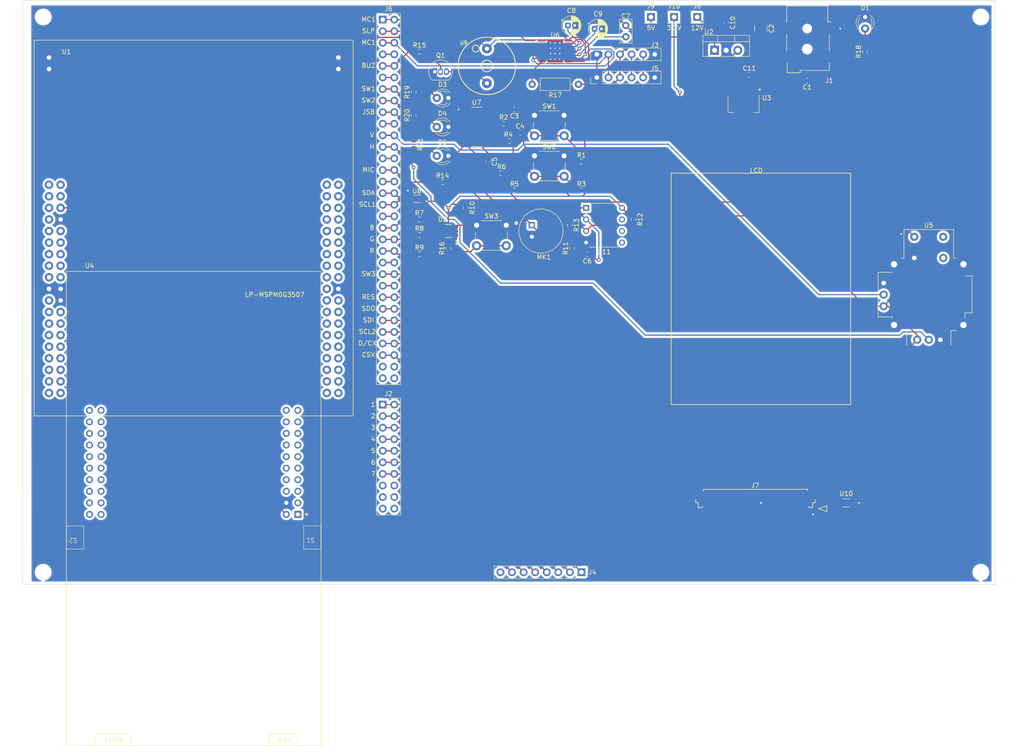
<source format=kicad_pcb>
(kicad_pcb (version 20241229) (generator "pcbnew") (generator_version "9.0")
  (title_block (title "Pedagogical PCB") (date "2025-09-22"))
  (layers (0 "F.Cu" signal) (2 "B.Cu" signal) (13 "F.Paste" user) (15 "B.Paste" user) (5 "F.SilkS" user "F.Silkscreen") (7 "B.SilkS" user "B.Silkscreen") (1 "F.Mask" user) (3 "B.Mask" user) (25 "Edge.Cuts" user))
  (net 0 "")
  (net 1 "MotorControl2")
  (net 2 "MotorControl1")
  (net 3 "Motor_Sleep")
  (net 4 "/Button1 Input")
  (net 5 "+5V")
  (net 6 "/Button2 Input")
  (net 7 "SDO")
  (net 8 "D{slash}CX")
  (net 9 "CSX")
  (net 10 "SDI")
  (net 11 "SCL")
  (net 12 "RESX")
  (net 13 "+12V")
  (net 14 "GNDREF")
  (net 15 "VDD")
  (net 16 "Net-(U11-VINA-)")
  (net 17 "MicOut")
  (net 18 "Net-(U1B-3V3-PadCN6_2)")
  (net 19 "Net-(U11-VINA+)")
  (net 23 "Net-(U1A-~{RST}-PadCN6_3)")
  (net 24 "Net-(U1A-PB9-PadCN10_5)")
  (net 25 "Net-(U1A-PC5-PadCN10_37)")
  (net 27 "Net-(U1B-5V-PadCN6_5)")
  (net 29 "Net-(U1B-AGND-PadCN10_32)")
  (net 30 "Net-(U1A-PC7-PadCN10_19)")
  (net 31 "BuzzerGPIO")
  (net 32 "Net-(Q1-G)")
  (net 33 "Net-(U1A-PB3-PadCN10_31)")
  (net 36 "Net-(U1B-VDD-PadCN7_5)")
  (net 40 "Net-(U1A-PA8-PadCN10_23)")
  (net 48 "Net-(U1B-VIN-PadCN6_8)")
  (net 50 "Net-(U1A-PB5-PadCN10_29)")
  (net 53 "Net-(U1A-PA5-PadCN10_11)")
  (net 55 "Net-(U1A-PB4-PadCN10_27)")
  (net 56 "Net-(U1A-PA1-PadCN7_30)")
  (net 60 "Net-(U1B-5V_USB_CHG-PadCN10_8)")
  (net 61 "Net-(U1A-PB0-PadCN10_17)")
  (net 62 "Net-(U1A-PA9-PadCN10_21)")
  (net 63 "Net-(U1A-PA7-PadCN10_15)")
  (net 64 "Net-(U1A-PC4-PadCN10_35)")
  (net 67 "Net-(U1A-PA10-PadCN10_33)")
  (net 70 "Net-(U1A-PA0-PadCN7_28)")
  (net 75 "Net-(U1A-PB14-PadCN10_25)")
  (net 77 "Net-(U1A-PA4-PadCN7_32)")
  (net 79 "Net-(U1A-PA6-PadCN10_13)")
  (net 82 "Net-(U1A-PB8-PadCN10_3)")
  (net 88 "Net-(U1A-PB1-PadCN7_34)")
  (net 92 "/Tach_Out_2")
  (net 93 "/Motor_Drive_1")
  (net 94 "/Tach_Out_1")
  (net 95 "/_Motor_Fault")
  (net 96 "Net-(Q1-D)")
  (net 97 "Net-(U6-VCP)")
  (net 98 "Net-(U6-VINT)")
  (net 99 "Net-(U7-3A)")
  (net 100 "Net-(U7-2A)")
  (net 101 "Net-(U7-1A)")
  (net 102 "Net-(D1-A)")
  (net 104 "Net-(J2-Pin_10)")
  (net 105 "Net-(J2-Pin_7)")
  (net 106 "Net-(J2-Pin_5)")
  (net 107 "Net-(J2-Pin_13)")
  (net 108 "Net-(J2-Pin_3)")
  (net 111 "Net-(J2-Pin_1)")
  (net 113 "Net-(J2-Pin_11)")
  (net 117 "H")
  (net 118 "SW2")
  (net 119 "SW1")
  (net 120 "V")
  (net 121 "R")
  (net 122 "B")
  (net 130 "Net-(U10-OUT)")
  (net 136 "Net-(U5-SEL+)")
  (net 181 "ButtonNoDebounce")
  (net 182 "SDA")
  (net 183 "G")
  (net 184 "Net-(C6-Pad1)")
  (net 185 "Net-(D3-A)")
  (net 186 "Net-(D4-A)")
  (net 187 "Net-(D5-A)")
  (net 188 "Net-(J6-Pin_7)")
  (net 189 "Net-(J6-Pin_47)")
  (net 190 "Net-(J6-Pin_29)")
  (net 191 "JSB")
  (net 192 "Net-(J6-Pin_11)")
  (net 193 "Net-(J6-Pin_35)")
  (net 194 "Net-(J6-Pin_43)")
  (net 195 "Net-(J6-Pin_25)")
  (net 196 "Net-(J6-Pin_19)")
  (net 197 "SCLlight")
  (net 198 "Net-(D2-Pad6)")
  (net 199 "Net-(D2-Pad5)")
  (net 200 "Net-(D2-Pad4)")
  (footprint "Capacitor_SMD:C_0603_1608Metric" (layer "F.Cu") (at 119.875 40.64)
    (property "Reference" "C4")
    (property "Value" "0.47uF")
  )
  (footprint "MountingHole:MountingHole_3.2mm_M3" (layer "F.Cu") (at 15.24 15.24)
    (property "Reference" "REF**" (hide yes))
    (property "Value" "MountingHole_3.2mm_M3")
  )
  (footprint "Capacitor_SMD:C_0603_1608Metric" (layer "F.Cu") (at 165.1 16.51 -90)
    (property "Reference" "C10")
    (property "Value" "0.22uf")
  )
  (footprint "Connector_PinHeader_2.54mm:PinHeader_2x32_P2.54mm_Vertical" (layer "F.Cu") (at 89.735 15.82)
    (property "Reference" "J6")
    (property "Value" "Conn_02x30_Odd_Even")
  )
  (footprint "WST-1205S.step:WST-1205S" (layer "F.Cu") (at 112.595 25.98 90)
    (property "Reference" "U9")
    (property "Value" "WST-1205S")
  )
  (footprint "Resistor_SMD:R_0603_1608Metric" (layer "F.Cu") (at 130.81 60.96 -90)
    (property "Reference" "R13")
    (property "Value" "2.2kR")
  )
  (footprint "LED_THT:LED_D3.0mm_FlatTop" (layer "F.Cu") (at 104.14 45.72 180)
    (property "Reference" "D5")
    (property "Value" "LED")
  )
  (footprint "ECE319K:ti_LP_MSPM0G3507" (layer "F.Cu") (at 48.26 121.92 180)
    (property "Reference" "U4")
    (property "Value" "LP-MSPM0G3507")
  )
  (footprint "Resistor_SMD:R_0603_1608Metric" (layer "F.Cu") (at 115.57 49.53)
    (property "Reference" "R6")
    (property "Value" "10kR")
  )
  (footprint "Resistor_SMD:R_0603_1608Metric" (layer "F.Cu") (at 104.14 66.04 90)
    (property "Reference" "R16")
    (property "Value" "10kR")
  )
  (footprint "MCP6002.step:DIP787W46P254L927H533Q8" (layer "F.Cu") (at 138.305 60.96)
    (property "Reference" "U11")
    (property "Value" "MCP6002-I_P")
  )
  (footprint "Capacitor_THT:CP_Radial_D4.0mm_P1.50mm" (layer "F.Cu") (at 130.375 17.09)
    (property "Reference" "C8")
    (property "Value" "2.2uF")
  )
  (footprint "footprints:LED_AAAF3529LSEEZGKQBKS_KNB" (layer "F.Cu") (at 104.14 62.23 180)
    (property "Reference" "D2")
    (property "Value" "AAAF3529LSEEZGKQBKS")
  )
  (footprint "LED_THT:LED_D3.0mm_FlatTop" (layer "F.Cu") (at 104.14 39.37 180)
    (property "Reference" "D4")
    (property "Value" "LED")
  )
  (footprint "Capacitor_THT:C_Disc_D5.0mm_W2.5mm_P2.50mm" (layer "F.Cu") (at 143.075 17.09 -90)
    (property "Reference" "C7")
    (property "Value" "0.01 uF")
  )
  (footprint "Capacitor_SMD:C_0603_1608Metric" (layer "F.Cu") (at 170.18 27.94)
    (property "Reference" "C11")
    (property "Value" "1uf")
  )
  (footprint "Resistor_SMD:R_0603_1608Metric" (layer "F.Cu") (at 97.79 67.31)
    (property "Reference" "R9")
    (property "Value" "750")
  )
  (footprint "Resistor_SMD:R_0603_1608Metric" (layer "F.Cu") (at 131.3 66.04 90)
    (property "Reference" "R11")
    (property "Value" "2.2kR")
  )
  (footprint "Resistor_SMD:R_0603_1608Metric" (layer "F.Cu") (at 144.78 59.69 -90)
    (property "Reference" "R12")
    (property "Value" "2.2kR")
  )
  (footprint "Capacitor_SMD:C_0603_1608Metric" (layer "F.Cu") (at 134.62 67.31)
    (property "Reference" "C6")
    (property "Value" "1 uF")
  )
  (footprint "MountingHole:MountingHole_3.2mm_M3" (layer "F.Cu") (at 220.98 15.24)
    (property "Reference" "REF**" (hide yes))
    (property "Value" "MountingHole_3.2mm_M3")
  )
  (footprint "Resistor_SMD:R_0603_1608Metric" (layer "F.Cu") (at 96.52 31.75 90)
    (property "Reference" "R19")
    (property "Value" "68")
  )
  (footprint "Resistor_SMD:R_0603_1608Metric" (layer "F.Cu") (at 116.28 38.68)
    (property "Reference" "R2")
    (property "Value" "10kR")
  )
  (footprint "Resistor_SMD:R_0603_1608Metric" (layer "F.Cu") (at 195.58 22.86 90)
    (property "Reference" "R18")
    (property "Value" "510")
  )
  (footprint "Package_TO_SOT_THT:TO-92_Inline" (layer "F.Cu") (at 101.165 27.25)
    (property "Reference" "Q1")
    (property "Value" "2N4401")
  )
  (footprint "BH1750FVI-TR:XDCR_BH1750FVI-TR" (layer "F.Cu") (at 97.23 55.19 180)
    (property "Reference" "U8")
    (property "Value" "BH1750FVI-TR")
  )
  (footprint "Joystick:XDCR_COM-09032" (layer "F.Cu") (at 209.55 76.2)
    (property "Reference" "U5")
    (property "Value" "COM-09032")
  )
  (footprint "Resistor_SMD:R_0603_1608Metric" (layer "F.Cu") (at 96.52 36.83 90)
    (property "Reference" "R20")
    (property "Value" "68")
  )
  (footprint "CorrectlLCDconnector:CON_512964594_MOL" (layer "F.Cu") (at 171.53 121.11 180)
    (property "Reference" "J7")
    (property "Value" "512964594")
  )
  (footprint "Capacitor_SMD:C_0603_1608Metric" (layer "F.Cu") (at 182.88 29.21 180)
    (property "Reference" "C1")
    (property "Value" "0.1uf")
  )
  (footprint "Capacitor_SMD:C_1210_3225Metric_Pad1.33x2.70mm_HandSolder" (layer "F.Cu") (at 172.72 17.78 -90)
    (property "Reference" "C2")
    (property "Value" "47uf")
  )
  (footprint "Button_Switch_THT:SW_PUSH_6mm_H7.3mm" (layer "F.Cu") (at 123.04 45.72)
    (property "Reference" "SW2")
    (property "Value" "SW_Push")
  )
  (footprint "LED_THT:LED_D3.0mm_FlatTop" (layer "F.Cu") (at 195.58 15.24 -90)
    (property "Reference" "D1")
    (property "Value" "LED")
  )
  (footprint "Resistor_SMD:R_0603_1608Metric" (layer "F.Cu") (at 97.79 59.69)
    (property "Reference" "R7")
    (property "Value" "300")
  )
  (footprint "Button_Switch_THT:SW_PUSH_6mm_H7.3mm" (layer "F.Cu") (at 123.04 36.83)
    (property "Reference" "SW1")
    (property "Value" "SW_Push")
  )
  (footprint "MountingHole:MountingHole_3.2mm_M3" (layer "F.Cu") (at 15.24 137.16)
    (property "Reference" "REF**" (hide yes))
    (property "Value" "MountingHole_3.2mm_M3")
  )
  (footprint "Connector_PinHeader_2.54mm:PinHeader_1x06_P2.54mm_Vertical" (layer "F.Cu") (at 136.725 28.52 90)
    (property "Reference" "J5")
    (property "Value" "~")
  )
  (footprint "Resistor_SMD:R_0603_1608Metric" (layer "F.Cu") (at 97.79 63.1)
    (property "Reference" "R8")
    (property "Value" "300")
  )
  (footprint "Capacitor_SMD:C_0603_1608Metric" (layer "F.Cu") (at 112.83 46.99 -90)
    (property "Reference" "C5")
    (property "Value" "0.47uF")
  )
  (footprint "Resistor_SMD:R_0603_1608Metric" (layer "F.Cu") (at 133.35 46.99)
    (property "Reference" "R1")
    (property "Value" "10kR")
  )
  (footprint "Package_SO:HTSSOP-16-1EP_4.4x5mm_P0.65mm_EP3.4x5mm_Mask2.46x2.31mm_ThermalVias" (layer "F.Cu") (at 127.565 22.7)
    (property "Reference" "U6")
    (property "Value" "DRV8833PWP")
  )
  (footprint "Resistor_SMD:R_0603_1608Metric" (layer "F.Cu") (at 107.95 57.15 -90)
    (property "Reference" "R10")
    (property "Value" "2.2kR")
  )
  (footprint "Package_TO_SOT_THT:TO-220-3_Vertical" (layer "F.Cu") (at 162.56 22.54)
    (property "Reference" "U2")
    (property "Value" "LM7805_TO220")
  )
  (footprint "SN74AHCT14QDRG4Q1.step:SOIC127P600X175-14N" (layer "F.Cu") (at 110.405 39.37)
    (property "Reference" "U7")
    (property "Value" "SN74AHCT14QDRG4Q1")
  )
  (footprint "Resistor_SMD:R_0603_1608Metric" (layer "F.Cu") (at 118.645 53.34)
    (property "Reference" "R5")
    (property "Value" "10kR")
  )
  (footprint "LED_THT:LED_D3.0mm_FlatTop" (layer "F.Cu") (at 104.14 33.02 180)
    (property "Reference" "D3")
    (property "Value" "LED")
  )
  (footprint "Connector_PinHeader_2.54mm:PinHeader_2x10_P2.54mm_Vertical" (layer "F.Cu") (at 89.735 100.33)
    (property "Reference" "J2")
    (property "Value" "Conn_02x10_Odd_Even")
  )
  (footprint "Resistor_THT:R_Axial_DIN0207_L6.3mm_D2.5mm_P10.16mm_Horizontal" (layer "F.Cu") (at 132.68 30.025 180)
    (property "Reference" "R17")
    (property "Value" "10K")
  )
  (footprint "Button_Switch_THT:SW_PUSH_6mm_H7.3mm" (layer "F.Cu") (at 110.34 60.96)
    (property "Reference" "SW3")
    (property "Value" "SW_Push")
  )
  (footprint "Connector_PinHeader_2.54mm:PinHeader_1x01_P2.54mm_Vertical" (layer "F.Cu") (at 153.67 15.24)
    (property "Reference" "J10")
    (property "Value" "3.3V")
  )
  (footprint "Connector_PinHeader_2.54mm:PinHeader_1x06_P2.54mm_Vertical" (layer "F.Cu") (at 136.725 23.44 90)
    (property "Reference" "J3")
    (property "Value" "~")
  )
  (footprint "Connector_PinHeader_2.54mm:PinHeader_1x01_P2.54mm_Vertical" (layer "F.Cu") (at 148.59 15.24)
    (property "Reference" "J9")
    (property "Value" "5V")
  )
  (footprint "Resistor_SMD:R_0603_1608Metric" (layer "F.Cu") (at 96.52 43.18 -90)
    (property "Reference" "R21")
    (property "Value" "330")
  )
  (footprint "Connector_PinHeader_2.54mm:PinHeader_1x01_P2.54mm_Vertical" (layer "F.Cu") (at 158.75 15.24)
    (property "Reference" "J8")
    (property "Value" "12V")
  )
  (footprint "Resistor_SMD:R_0603_1608Metric" (layer "F.Cu") (at 133.35 53.34)
    (property "Reference" "R3")
    (property "Value" "10kR")
  )
  (footprint "Capacitor_SMD:C_0603_1608Metric" (layer "F.Cu") (at 118.605 35.56 180)
    (property "Reference" "C3")
    (property "Value" "0.47uF")
  )
  (footprint "Capacitor_THT:CP_Radial_D4.0mm_P1.50mm" (layer "F.Cu") (at 136.222301 17.845)
    (property "Reference" "C9")
    (property "Value" "10UF")
  )
  (footprint "Resistor_SMD:R_0603_1608Metric" (layer "F.Cu") (at 97.79 22.86)
    (property "Reference" "R15")
    (property "Value" "620")
  )
  (footprint "54-00164.step:TENSILITY_54-00164" (layer "F.Cu") (at 182.88 20.03 180)
    (property "Reference" "J1")
    (property "Value" "54-00164")
  )
  (footprint "CMA-4544PF-W.step:MIC_CMA-4544PF-W" (layer "F.Cu") (at 124.46 62.23 180)
    (property "Reference" "MK1")
    (property "Value" "CMA-4544PF-W" (hide yes))
  )
  (footprint "Package_TO_SOT_SMD:SOT-223-3_TabPin2" (layer "F.Cu") (at 168.91 34.29 -90)
    (property "Reference" "U3")
    (property "Value" "TLV1117-33")
  )
  (footprint "Resistor_SMD:R_0603_1608Metric" (layer "F.Cu") (at 117.55 42.49)
    (property "Reference" "R4")
    (property "Value" "10kR")
  )
  (footprint "MountingHole:MountingHole_3.2mm_M3" (layer "F.Cu") (at 220.98 137.16)
    (property "Reference" "REF**" (hide yes))
    (property "Value" "MountingHole_3.2mm_M3")
  )
  (footprint "NUCLEO-G0B1RE.step:MODULE_NUCLEO-G0B1RE" (layer "F.Cu") (at 48.26 61.58)
    (property "Reference" "U1")
    (property "Value" "NUCLEO-G0B1RE")
  )
  (footprint "Resistor_SMD:R_0603_1608Metric" (layer "F.Cu") (at 102.87 51.5)
    (property "Reference" "R14")
    (property "Value" "68k")
  )
  (footprint "AL5809-20.step:SODFL3717X100N" (layer "F.Cu") (at 191.435 121.92 180)
    (property "Reference" "U10")
    (property "Value" "AL5809-20QP1-7")
  )
  (footprint "Connector_PinHeader_2.54mm:PinHeader_1x08_P2.54mm_Vertical" (layer "F.Cu") (at 133.35 137.16 -90)
    (property "Reference" "J4")
    (property "Value" "Keypad")
  )
  (gr_line (start 153.035 100.33) (end 192.405 100.33) (stroke (width 0.15)) (layer "F.SilkS"))
  (gr_line (start 153.035 100.33) (end 153.035 49.53) (stroke (width 0.15)) (layer "F.SilkS"))
  (gr_line (start 153.035 49.53) (end 192.405 49.53) (stroke (width 0.15)) (layer "F.SilkS"))
  (gr_line (start 192.405 100.33) (end 192.405 49.53) (stroke (width 0.15)) (layer "F.SilkS"))
  (gr_rect (start 10.702912 11.556971) (end 224.062912 139.826971) (stroke (width 0.1)) (fill no) (layer "Edge.Cuts"))
  (gr_text "4" (at 87.63 107.95 0) (layer "F.SilkS") (effects (font (size 1 1))))
  (gr_text "SW3" (at 86.614 71.628 0) (layer "F.SilkS") (effects (font (size 1 1))))
  (gr_text "2" (at 87.63 102.87 0) (layer "F.SilkS") (effects (font (size 1 1))))
  (gr_text "MIC" (at 86.614 48.768 0) (layer "F.SilkS") (effects (font (size 1 1))))
  (gr_text "  V" (at 86.614 41.148 0) (layer "F.SilkS") (effects (font (size 1 1))))
  (gr_text "SDA" (at 86.614 53.848 0) (layer "F.SilkS") (effects (font (size 1 1))))
  (gr_text "  G" (at 86.614 64.008 0) (layer "F.SilkS") (effects (font (size 1 1))))
  (gr_text "SCL2" (at 86.36 84.328 0) (layer "F.SilkS") (effects (font (size 1 1))))
  (gr_text "SW1" (at 86.614 30.988 0) (layer "F.SilkS") (effects (font (size 1 1))))
  (gr_text "JSB" (at 86.614 36.068 0) (layer "F.SilkS") (effects (font (size 1 1))))
  (gr_text "MC1" (at 86.614 20.828 0) (layer "F.SilkS") (effects (font (size 1 1))))
  (gr_text "RES" (at 86.614 76.708 0) (layer "F.SilkS") (effects (font (size 1 1))))
  (gr_text "SCL1" (at 86.36 56.388 0) (layer "F.SilkS") (effects (font (size 1 1))))
  (gr_text "SLP" (at 86.614 18.288 0) (layer "F.SilkS") (effects (font (size 1 1))))
  (gr_text "BUZ" (at 86.614 25.908 0) (layer "F.SilkS") (effects (font (size 1 1))))
  (gr_text "LCD" (at 170.18 49.53 0) (layer "F.SilkS") (effects (font (size 1 1)) (justify left bottom)))
  (gr_text "SDI" (at 86.614 81.788 0) (layer "F.SilkS") (effects (font (size 1 1))))
  (gr_text "  R" (at 86.614 66.548 0) (layer "F.SilkS") (effects (font (size 1 1))))
  (gr_text "CSX" (at 86.614 89.408 0) (layer "F.SilkS") (effects (font (size 1 1))))
  (gr_text "1" (at 87.63 100.33 0) (layer "F.SilkS") (effects (font (size 1 1))))
  (gr_text "3" (at 87.63 105.41 0) (layer "F.SilkS") (effects (font (size 1 1))))
  (gr_text "  H" (at 86.614 43.688 0) (layer "F.SilkS") (effects (font (size 1 1))))
  (gr_text "D/CX" (at 86.36 86.868 0) (layer "F.SilkS") (effects (font (size 1 1))))
  (gr_text "  B" (at 86.614 61.468 0) (layer "F.SilkS") (effects (font (size 1 1))))
  (gr_text "7" (at 87.63 115.57 0) (layer "F.SilkS") (effects (font (size 1 1))))
  (gr_text "5" (at 87.63 110.49 0) (layer "F.SilkS") (effects (font (size 1 1))))
  (gr_text "6" (at 87.63 113.03 0) (layer "F.SilkS") (effects (font (size 1 1))))
  (gr_text "SDO" (at 86.614 79.248 0) (layer "F.SilkS") (effects (font (size 1 1))))
  (gr_text "SW2" (at 86.614 33.528 0) (layer "F.SilkS") (effects (font (size 1 1))))
  (gr_text "MC1" (at 86.614 15.748 0) (layer "F.SilkS") (effects (font (size 1 1))))
  (segment (start 130.4275 24.325) (end 133.3 24.325) (width 0.25) (layer "F.Cu") (net 1))
  (segment (start 133.21572 20.174) (end 132.371 20.174) (width 0.25) (layer "F.Cu") (net 1))
  (segment (start 89.735 20.9) (end 92.275 20.9) (width 0.25) (layer "F.Cu") (net 1))
  (segment (start 132.371 20.174) (end 131.47 21.075) (width 0.25) (layer "F.Cu") (net 1))
  (segment (start 131.47 21.075) (end 130.4275 21.075) (width 0.25) (layer "F.Cu") (net 1))
  (segment (start 134.185 23.44) (end 134.185 21.14328) (width 0.25) (layer "F.Cu") (net 1))
  (segment (start 133.3 24.325) (end 134.185 23.44) (width 0.25) (layer "F.Cu") (net 1))
  (segment (start 134.185 21.14328) (end 133.21572 20.174) (width 0.25) (layer "F.Cu") (net 1))
  (via (at 134.185 23.44) (size 0.8) (drill 0.4) (layers "F.Cu" "B.Cu") (net 1))
  (segment (start 138.595117 25.98) (end 97.355 25.98) (width 0.25) (layer "B.Cu") (net 1))
  (segment (start 134.185 23.44) (end 135.361 22.264) (width 0.25) (layer "B.Cu") (net 1))
  (segment (start 97.355 25.98) (end 92.275 20.9) (width 0.25) (layer "B.Cu") (net 1))
  (segment (start 140.441 22.952884) (end 140.441 24.134117) (width 0.25) (layer "B.Cu") (net 1))
  (segment (start 135.361 22.264) (end 139.752116 22.264) (width 0.25) (layer "B.Cu") (net 1))
  (segment (start 140.441 24.134117) (end 138.595117 25.98) (width 0.25) (layer "B.Cu") (net 1))
  (segment (start 139.752116 22.264) (end 140.441 22.952884) (width 0.25) (layer "B.Cu") (net 1))
  (segment (start 134.911 23.984) (end 134.911 21.23147) (width 0.25) (layer "F.Cu") (net 2))
  (segment (start 130.4275 20.425) (end 131.1295 19.723) (width 0.25) (layer "F.Cu") (net 2))
  (segment (start 134.911 21.23147) (end 133.40253 19.723) (width 0.25) (layer "F.Cu") (net 2))
  (segment (start 131.1295 19.723) (end 133.40253 19.723) (width 0.25) (layer "F.Cu") (net 2))
  (segment (start 125.8225 15.82) (end 130.4275 20.425) (width 0.25) (layer "F.Cu") (net 2))
  (segment (start 133.92 24.975) (end 130.4275 24.975) (width 0.25) (layer "F.Cu") (net 2))
  (segment (start 89.735 15.82) (end 125.8225 15.82) (width 0.25) (layer "F.Cu") (net 2))
  (segment (start 133.92 24.975) (end 134.911 23.984) (width 0.25) (layer "F.Cu") (net 2))
  (segment (start 121.01 20.425) (end 118.945 18.36) (width 0.25) (layer "F.Cu") (net 3))
  (segment (start 118.945 18.36) (end 89.735 18.36) (width 0.25) (layer "F.Cu") (net 3))
  (segment (start 124.7025 20.425) (end 121.01 20.425) (width 0.25) (layer "F.Cu") (net 3))
  (segment (start 120.39 38.68) (end 123.04 41.33) (width 0.25) (layer "F.Cu") (net 4))
  (segment (start 129.54 41.33) (end 132.525 44.315) (width 0.25) (layer "F.Cu") (net 4))
  (segment (start 129.54 41.33) (end 123.04 41.33) (width 0.25) (layer "F.Cu") (net 4))
  (segment (start 132.525 44.315) (end 132.525 46.99) (width 0.25) (layer "F.Cu") (net 4))
  (segment (start 117.015 38.68) (end 120.39 38.68) (width 0.25) (layer "F.Cu") (net 4))
  (segment (start 143.075 17.09) (end 145.615 19.63) (width 0.25) (layer "F.Cu") (net 5))
  (segment (start 60.96 116.84) (end 60.96 40.64) (width 0.25) (layer "F.Cu") (net 5))
  (segment (start 112.595 22.18) (end 110.139 19.724) (width 0.25) (layer "F.Cu") (net 5))
  (segment (start 44.45 57.15) (end 60.96 40.64) (width 0.25) (layer "F.Cu") (net 5))
  (segment (start 166.05 24.13) (end 159.6 24.13) (width 0.25) (layer "F.Cu") (net 5))
  (segment (start 143.075 17.09) (end 142.275001 16.290001) (width 0.25) (layer "F.Cu") (net 5))
  (segment (start 166.61 31.14) (end 166.61 23.57) (width 0.25) (layer "F.Cu") (net 5))
  (segment (start 148.59 15.24) (end 148.59 16.655) (width 0.25) (layer "F.Cu") (net 5))
  (segment (start 110.139 19.724) (end 81.876 19.724) (width 0.25) (layer "F.Cu") (net 5))
  (segment (start 68.58 124.46) (end 60.96 116.84) (width 0.25) (layer "F.Cu") (net 5))
  (segment (start 159.6 24.13) (end 155.1 19.63) (width 0.25) (layer "F.Cu") (net 5))
  (segment (start 132.68 30.025) (end 140.3 30.025) (width 0.25) (layer "F.Cu") (net 5))
  (segment (start 166.61 23.57) (end 167.64 22.54) (width 0.25) (layer "F.Cu") (net 5))
  (segment (start 145.615 19.63) (end 141.805 23.44) (width 0.25) (layer "F.Cu") (net 5))
  (segment (start 130.4275 23.025) (end 132.06 23.025) (width 0.25) (layer "F.Cu") (net 5))
  (segment (start 140.3 30.025) (end 141.805 28.52) (width 0.25) (layer "F.Cu") (net 5))
  (segment (start 155.1 19.63) (end 145.615 19.63) (width 0.25) (layer "F.Cu") (net 5))
  (segment (start 167.64 22.54) (end 166.05 24.13) (width 0.25) (layer "F.Cu") (net 5))
  (segment (start 137.7773 16.290001) (end 136.222301 17.845) (width 0.25) (layer "F.Cu") (net 5))
  (segment (start 141.805 23.44) (end 141.805 28.52) (width 0.25) (layer "F.Cu") (net 5))
  (segment (start 19.05 57.15) (end 44.45 57.15) (width 0.25) (layer "F.Cu") (net 5))
  (segment (start 148.59 16.655) (end 145.615 19.63) (width 0.25) (layer "F.Cu") (net 5))
  (segment (start 132.06 23.025) (end 132.915 22.17) (width 0.25) (layer "F.Cu") (net 5))
  (segment (start 142.275001 16.290001) (end 137.7773 16.290001) (width 0.25) (layer "F.Cu") (net 5))
  (segment (start 81.876 19.724) (end 60.96 40.64) (width 0.25) (layer "F.Cu") (net 5))
  (via (at 132.915 22.17) (size 0.8) (drill 0.4) (layers "F.Cu" "B.Cu") (net 5))
  (segment (start 114.5185 20.2565) (end 112.595 22.18) (width 0.25) (layer "B.Cu") (net 5))
  (segment (start 136.222301 18.862699) (end 136.222301 17.845) (width 0.25) (layer "B.Cu") (net 5))
  (segment (start 132.915 22.17) (end 131.0015 20.2565) (width 0.25) (layer "B.Cu") (net 5))
  (segment (start 131.0015 20.2565) (end 114.5185 20.2565) (width 0.25) (layer "B.Cu") (net 5))
  (segment (start 132.915 22.17) (end 136.222301 18.862699) (width 0.25) (layer "B.Cu") (net 5))
  (segment (start 118.375 45.555) (end 118.375 42.49) (width 0.25) (layer "F.Cu") (net 6))
  (segment (start 129.54 50.22) (end 129.54 50.265) (width 0.25) (layer "F.Cu") (net 6))
  (segment (start 123.04 50.22) (end 129.54 50.22) (width 0.25) (layer "F.Cu") (net 6))
  (segment (start 129.54 50.265) (end 132.615 53.34) (width 0.25) (layer "F.Cu") (net 6))
  (segment (start 123.04 50.22) (end 118.375 45.555) (width 0.25) (layer "F.Cu") (net 6))
  (segment (start 92.275 79.32) (end 125.362 79.32) (width 0.25) (layer "F.Cu") (net 7))
  (segment (start 89.735 79.32) (end 92.275 79.32) (width 0.25) (layer "F.Cu") (net 7))
  (segment (start 168.53 122.488) (end 168.53 123.19) (width 0.25) (layer "F.Cu") (net 7))
  (segment (start 125.362 79.32) (end 168.53 122.488) (width 0.25) (layer "F.Cu") (net 7))
  (segment (start 89.735 86.94) (end 92.275 86.94) (width 0.25) (layer "F.Cu") (net 8))
  (segment (start 130.982 86.94) (end 92.275 86.94) (width 0.25) (layer "F.Cu") (net 8))
  (segment (start 166.53 122.488) (end 130.982 86.94) (width 0.25) (layer "F.Cu") (net 8))
  (segment (start 166.53 123.19) (end 166.53 122.488) (width 0.25) (layer "F.Cu") (net 8))
  (segment (start 89.735 89.48) (end 92.275 89.48) (width 0.25) (layer "F.Cu") (net 9))
  (segment (start 161.51419 118.11) (end 120.905 118.11) (width 0.25) (layer "F.Cu") (net 9))
  (segment (start 166.03 122.62581) (end 161.51419 118.11) (width 0.25) (layer "F.Cu") (net 9))
  (segment (start 120.905 118.11) (end 92.275 89.48) (width 0.25) (layer "F.Cu") (net 9))
  (segment (start 166.03 123.19) (end 166.03 122.62581) (width 0.25) (layer "F.Cu") (net 9))
  (segment (start 89.735 81.86) (end 92.275 81.86) (width 0.25) (layer "F.Cu") (net 10))
  (segment (start 127.26419 81.86) (end 92.275 81.86) (width 0.25) (layer "F.Cu") (net 10))
  (segment (start 168.03 123.19) (end 168.03 122.62581) (width 0.25) (layer "F.Cu") (net 10))
  (segment (start 168.03 122.62581) (end 127.26419 81.86) (width 0.25) (layer "F.Cu") (net 10))
  (segment (start 129.07981 84.4) (end 167.03 122.35019) (width 0.25) (layer "F.Cu") (net 11))
  (segment (start 92.275 84.4) (end 129.07981 84.4) (width 0.25) (layer "F.Cu") (net 11))
  (segment (start 167.03 122.35019) (end 167.03 123.19) (width 0.25) (layer "F.Cu") (net 11))
  (segment (start 89.735 84.4) (end 92.275 84.4) (width 0.25) (layer "F.Cu") (net 11))
  (segment (start 134.322 76.78) (end 92.275 76.78) (width 0.25) (layer "F.Cu") (net 12))
  (segment (start 180.03 123.19) (end 180.03 122.488) (width 0.25) (layer "F.Cu") (net 12))
  (segment (start 180.03 122.488) (end 134.322 76.78) (width 0.25) (layer "F.Cu") (net 12))
  (segment (start 89.735 76.78) (end 92.275 76.78) (width 0.25) (layer "F.Cu") (net 12))
  (segment (start 165.1 16.078) (end 164.742 16.078) (width 0.25) (layer "F.Cu") (net 13))
  (segment (start 188.38 17.78) (end 185.42 17.78) (width 0.25) (layer "F.Cu") (net 13))
  (segment (start 193.04 121.92) (end 193.04 111.76) (width 0.25) (layer "F.Cu") (net 13))
  (segment (start 158.75 15.24) (end 161.77 18.26) (width 0.25) (layer "F.Cu") (net 13))
  (segment (start 185.42 17.78) (end 182.88 15.24) (width 0.25) (layer "F.Cu") (net 13))
  (segment (start 166.3575 16.2175) (end 172.72 16.2175) (width 0.25) (layer "F.Cu") (net 13))
  (segment (start 195.58 23.685) (end 195.58 23.81) (width 0.25) (layer "F.Cu") (net 13))
  (segment (start 219.71 85.09) (end 219.71 47.94) (width 0.25) (layer "F.Cu") (net 13))
  (segment (start 195.41 23.98) (end 195.58 23.81) (width 0.25) (layer "F.Cu") (net 13))
  (segment (start 188.38 23.98) (end 188.38 24.56) (width 0.25) (layer "F.Cu") (net 13))
  (segment (start 195.58 23.81) (end 219.71 47.94) (width 0.25) (layer "F.Cu") (net 13))
  (segment (start 165.875 15.735) (end 166.3575 16.2175) (width 0.25) (layer "F.Cu") (net 13))
  (segment (start 188.38 23.98) (end 195.285 23.98) (width 0.25) (layer "F.Cu") (net 13))
  (segment (start 161.77 18.26) (end 162.56 18.26) (width 0.25) (layer "F.Cu") (net 13))
  (segment (start 182.88 15.24) (end 173.6975 15.24) (width 0.25) (layer "F.Cu") (net 13))
  (segment (start 162.56 18.26) (end 165.085 15.735) (width 0.25) (layer "F.Cu") (net 13))
  (segment (start 165.1 15.735) (end 165.875 15.735) (width 0.25) (layer "F.Cu") (net 13))
  (segment (start 173.6975 15.24) (end 172.72 16.2175) (width 0.25) (layer "F.Cu") (net 13))
  (segment (start 165.085 15.735) (end 165.1 15.735) (width 0.25) (layer "F.Cu") (net 13))
  (segment (start 162.56 18.26) (end 162.56 22.54) (width 0.25) (layer "F.Cu") (net 13))
  (segment (start 188.38 24.56) (end 183.73 29.21) (width 0.25) (layer "F.Cu") (net 13))
  (segment (start 193.04 111.76) (end 219.71 85.09) (width 0.25) (layer "F.Cu") (net 13))
  (segment (start 195.285 23.98) (end 195.58 23.685) (width 0.25) (layer "F.Cu") (net 13))
  (segment (start 188.38 17.78) (end 188.38 23.98) (width 0.25) (layer "F.Cu") (net 13))
  (segment (start 123.04 36.83) (end 121.77 35.56) (width 0.25) (layer "F.Cu") (net 14))
  (segment (start 165.1 21.3) (end 167.279 19.121) (width 0.25) (layer "F.Cu") (net 14))
  (segment (start 127.24 23.025) (end 127.565 22.7) (width 0.25) (layer "F.Cu") (net 14))
  (segment (start 163.506 122.464) (end 163.53 122.488) (width 0.25) (layer "F.Cu") (net 14))
  (segment (start 171.21 31.14) (end 171.21 28.195) (width 0.25) (layer "F.Cu") (net 14))
  (segment (start 177.38 17.78) (end 174.2825 17.78) (width 0.25) (layer "F.Cu") (net 14))
  (segment (start 182.03 123.19) (end 182.03 123.892) (width 0.25) (layer "F.Cu") (net 14))
  (segment (start 105.41 45.72) (end 107.95 43.18) (width 0.25) (layer "F.Cu") (net 14))
  (segment (start 112.535 47.765) (end 112.83 47.765) (width 0.25) (layer "F.Cu") (net 14))
  (segment (start 107.95 43.18) (end 112.535 47.765) (width 0.25) (layer "F.Cu") (net 14))
  (segment (start 162.53 123.19) (end 162.53 122.488) (width 0.25) (layer "F.Cu") (net 14))
  (segment (start 183.331 125.279) (end 184.15 124.46) (width 0.25) (layer "F.Cu") (net 14))
  (segment (start 105.6894 62.23) (end 105.6894 61.329999) (width 0.25) (layer "F.Cu") (net 14))
  (segment (start 177.38 23.98) (end 174.42 23.98) (width 0.25) (layer "F.Cu") (net 14))
  (segment (start 175.03 123.19) (end 175.53 123.19) (width 0.25) (layer "F.Cu") (net 14))
  (segment (start 165.417 125.279) (end 164.03 123.892) (width 0.25) (layer "F.Cu") (net 14))
  (segment (start 167.5005 19.3425) (end 167.279 19.121) (width 0.25) (layer "F.Cu") (net 14))
  (segment (start 136.725 23.44) (end 136.725 28.52) (width 0.25) (layer "F.Cu") (net 14))
  (segment (start 177.38 23.98) (end 177.38 17.78) (width 0.25) (layer "F.Cu") (net 14))
  (segment (start 105.6894 63.130001) (end 105.6894 62.23) (width 0.25) (layer "F.Cu") (net 14))
  (segment (start 174.53 123.19) (end 175.03 123.19) (width 0.25) (layer "F.Cu") (net 14))
  (segment (start 164.03 123.892) (end 164.03 123.19) (width 0.25) (layer "F.Cu") (net 14))
  (segment (start 177.38 24.56) (end 177.38 23.98) (width 0.25) (layer "F.Cu") (net 14))
  (segment (start 130.4275 22.375) (end 127.89 22.375) (width 0.25) (layer "F.Cu") (net 14))
  (segment (start 110.34 60.96) (end 106.059399 60.96) (width 0.25) (layer "F.Cu") (net 14))
  (segment (start 104.14 45.72) (end 105.41 45.72) (width 0.25) (layer "F.Cu") (net 14))
  (segment (start 165.443 17.285) (end 167.279 19.121) (width 0.25) (layer "F.Cu") (net 14))
  (segment (start 176.53 123.19) (end 176.03 123.19) (width 0.25) (layer "F.Cu") (net 14))
  (segment (start 162.53 122.488) (end 162.554 122.464) (width 0.25) (layer "F.Cu") (net 14))
  (segment (start 162.554 122.464) (end 163.506 122.464) (width 0.25) (layer "F.Cu") (net 14))
  (segment (start 165.1 17.285) (end 165.443 17.285) (width 0.25) (layer "F.Cu") (net 14))
  (segment (start 163.53 123.19) (end 164.03 123.19) (width 0.25) (layer "F.Cu") (net 14))
  (segment (start 98.605 54.69) (end 97.255 53.34) (width 0.25) (layer "F.Cu") (net 14))
  (segment (start 170.955 27.445) (end 174.42 23.98) (width 0.25) (layer "F.Cu") (net 14))
  (segment (start 120.65 43.33) (end 120.65 40.64) (width 0.25) (layer "F.Cu") (net 14))
  (segment (start 169.03 123.19) (end 174.03 123.19) (width 0.25) (layer "F.Cu") (net 14))
  (segment (start 121.77 35.56) (end 119.38 35.56) (width 0.25) (layer "F.Cu") (net 14))
  (segment (start 171.21 28.195) (end 170.955 27.94) (width 0.25) (layer "F.Cu") (net 14))
  (segment (start 106.059399 60.96) (end 105.6894 61.329999) (width 0.25) (layer "F.Cu") (net 14))
  (segment (start 174.03 123.19) (end 174.53 123.19) (width 0.25) (layer "F.Cu") (net 14))
  (segment (start 173.03 122.23) (end 172.72 121.92) (width 0.25) (layer "F.Cu") (net 14))
  (segment (start 163.53 122.488) (end 163.53 123.19) (width 0.25) (layer "F.Cu") (net 14))
  (segment (start 123.04 45.72) (end 120.65 43.33) (width 0.25) (layer "F.Cu") (net 14))
  (segment (start 182.03 29.21) (end 177.38 24.56) (width 0.25) (layer "F.Cu") (net 14))
  (segment (start 170.955 27.94) (end 170.955 27.445) (width 0.25) (layer "F.Cu") (net 14))
  (segment (start 173.03 123.19) (end 173.03 122.23) (width 0.25) (layer "F.Cu") (net 14))
  (segment (start 180.643 125.279) (end 165.417 125.279) (width 0.25) (layer "F.Cu") (net 14))
  (segment (start 177.03 123.19) (end 176.53 123.19) (width 0.25) (layer "F.Cu") (net 14))
  (segment (start 130.81 64.77) (end 130.81 61.74) (width 0.25) (layer "F.Cu") (net 14))
  (segment (start 172.72 19.3425) (end 167.5005 19.3425) (width 0.25) (layer "F.Cu") (net 14))
  (segment (start 131.3 65.26) (end 133.88 65.26) (width 0.25) (layer "F.Cu") (net 14))
  (segment (start 130.81 64.77) (end 131.3 65.26) (width 0.25) (layer "F.Cu") (net 14))
  (segment (start 127.89 22.375) (end 127.565 22.7) (width 0.25) (layer "F.Cu") (net 14))
  (segment (start 124.7025 23.025) (end 127.24 23.025) (width 0.25) (layer "F.Cu") (net 14))
  (segment (start 97.255 53.34) (end 95.25 53.34) (width 0.25) (layer "F.Cu") (net 14))
  (segment (start 98.605 55.19) (end 98.605 54.69) (width 0.25) (layer "F.Cu") (net 14))
  (segment (start 124.7025 21.725) (end 124.7025 23.675) (width 0.25) (layer "F.Cu") (net 14))
  (segment (start 182.03 123.892) (end 180.643 125.279) (width 0.25) (layer "F.Cu") (net 14))
  (segment (start 180.643 125.279) (end 183.331 125.279) (width 0.25) (layer "F.Cu") (net 14))
  (segment (start 174.2825 17.78) (end 172.72 19.3425) (width 0.25) (layer "F.Cu") (net 14))
  (segment (start 177.53 123.19) (end 177.03 123.19) (width 0.25) (layer "F.Cu") (net 14))
  (segment (start 133.88 65.26) (end 134.37 64.77) (width 0.25) (layer "F.Cu") (net 14))
  (segment (start 175.53 123.19) (end 176.03 123.19) (width 0.25) (layer "F.Cu") (net 14))
  (segment (start 165.1 22.54) (end 165.1 21.3) (width 0.25) (layer "F.Cu") (net 14))
  (via (at 172.72 121.92) (size 0.8) (drill 0.4) (layers "F.Cu" "B.Cu") (net 14))
  (via (at 184.15 124.46) (size 0.8) (drill 0.4) (layers "F.Cu" "B.Cu") (net 14))
  (via (at 95.25 53.34) (size 0.8) (drill 0.4) (layers "F.Cu" "B.Cu") (net 14))
  (segment (start 181.03 123.19) (end 181.53 123.19) (width 0.25) (layer "F.Cu") (net 15))
  (segment (start 168.098 124.46) (end 179.962 124.46) (width 0.25) (layer "F.Cu") (net 15))
  (segment (start 133.575 54.61) (end 134.085 54.1) (width 0.25) (layer "F.Cu") (net 15))
  (segment (start 165.598 124.46) (end 168.098 124.46) (width 0.25) (layer "F.Cu") (net 15))
  (segment (start 134.21 37.44) (end 134.085 37.565) (width 0.25) (layer "F.Cu") (net 15))
  (segment (start 207.01 85.09) (end 207.01 86.1) (width 0.25) (layer "F.Cu") (net 15))
  (segment (start 134.085 46.99) (end 134.085 37.565) (width 0.25) (layer "F.Cu") (net 15))
  (segment (start 97.98 55.69) (end 97.48 55.19) (width 0.25) (layer "F.Cu") (net 15))
  (segment (start 134.085 54.1) (end 134.085 53.34) (width 0.25) (layer "F.Cu") (net 15))
  (segment (start 208.28 62.23) (end 208.28 70.11) (width 0.25) (layer "F.Cu") (net 15))
  (segment (start 165.03 123.19) (end 165.03 123.892) (width 0.25) (layer "F.Cu") (net 15))
  (segment (start 158.75 37.44) (end 154.94 33.63) (width 0.25) (layer "F.Cu") (net 15))
  (segment (start 104.14 65.305) (end 104.14 57.15) (width 0.25) (layer "F.Cu") (net 15))
  (segment (start 181.53 111.58) (end 181.53 123.19) (width 0.25) (layer "F.Cu") (net 15))
  (segment (start 98.605 55.69) (end 97.98 55.69) (width 0.25) (layer "F.Cu") (net 15))
  (segment (start 104.14 57.15) (end 104.92 56.37) (width 0.25) (layer "F.Cu") (net 15))
  (segment (start 165.03 123.892) (end 165.598 124.46) (width 0.25) (layer "F.Cu") (net 15))
  (segment (start 167.53 123.19) (end 167.53 123.892) (width 0.25) (layer "F.Cu") (net 15))
  (segment (start 199.65 78.74) (end 200.66 78.74) (width 0.25) (layer "F.Cu") (net 15))
  (segment (start 208.28 70.11) (end 199.65 78.74) (width 0.25) (layer "F.Cu") (net 15))
  (segment (start 144.78 58.91) (end 144 58.91) (width 0.25) (layer "F.Cu") (net 15))
  (segment (start 158.75 37.44) (end 134.21 37.44) (width 0.25) (layer "F.Cu") (net 15))
  (segment (start 168.91 28.93) (end 169.405 28.435) (width 0.25) (layer "F.Cu") (net 15))
  (segment (start 134.085 37.565) (end 130.81 34.29) (width 0.25) (layer "F.Cu") (net 15))
  (segment (start 175.75 58.91) (end 144.78 58.91) (width 0.25) (layer "F.Cu") (net 15))
  (segment (start 180.53 123.892) (end 180.53 123.19) (width 0.25) (layer "F.Cu") (net 15))
  (segment (start 130.81 34.29) (end 114.13 34.29) (width 0.25) (layer "F.Cu") (net 15))
  (segment (start 144 58.91) (end 142.24 57.15) (width 0.25) (layer "F.Cu") (net 15))
  (segment (start 130.81 54.61) (end 133.575 54.61) (width 0.25) (layer "F.Cu") (net 15))
  (segment (start 199.65 78.74) (end 195.58 78.74) (width 0.25) (layer "F.Cu") (net 15))
  (segment (start 180.53 123.19) (end 181.03 123.19) (width 0.25) (layer "F.Cu") (net 15))
  (segment (start 169.405 28.435) (end 169.405 27.94) (width 0.25) (layer "F.Cu") (net 15))
  (segment (start 183.49 37.44) (end 208.28 62.23) (width 0.25) (layer "F.Cu") (net 15))
  (segment (start 104.14 57.15) (end 102.68 55.69) (width 0.25) (layer "F.Cu") (net 15))
  (segment (start 179.962 124.46) (end 180.53 123.892) (width 0.25) (layer "F.Cu") (net 15))
  (segment (start 168.91 31.14) (end 168.91 28.93) (width 0.25) (layer "F.Cu") (net 15))
  (segment (start 168.91 37.44) (end 158.75 37.44) (width 0.25) (layer "F.Cu") (net 15))
  (segment (start 168.91 31.14) (end 168.91 37.44) (width 0.25) (layer "F.Cu") (net 15))
  (segment (start 102.68 55.69) (end 98.605 55.69) (width 0.25) (layer "F.Cu") (net 15))
  (segment (start 129.54 53.34) (end 130.81 54.61) (width 0.25) (layer "F.Cu") (net 15))
  (segment (start 167.53 123.892) (end 168.098 124.46) (width 0.25) (layer "F.Cu") (net 15))
  (segment (start 97.48 55.19) (end 95.855 55.19) (width 0.25) (layer "F.Cu") (net 15))
  (segment (start 200.66 78.74) (end 207.01 85.09) (width 0.25) (layer "F.Cu") (net 15))
  (segment (start 168.91 37.44) (end 183.49 37.44) (width 0.25) (layer "F.Cu") (net 15))
  (segment (start 207.01 86.1) (end 181.53 111.58) (width 0.25) (layer "F.Cu") (net 15))
  (segment (start 134.085 53.34) (end 134.085 46.99) (width 0.25) (layer "F.Cu") (net 15))
  (segment (start 114.13 34.29) (end 112.86 35.56) (width 0.25) (layer "F.Cu") (net 15))
  (segment (start 154.94 33.63) (end 154.94 31.75) (width 0.25) (layer "F.Cu") (net 15))
  (segment (start 119.38 53.34) (end 129.54 53.34) (width 0.25) (layer "F.Cu") (net 15))
  (segment (start 195.58 78.74) (end 175.75 58.91) (width 0.25) (layer "F.Cu") (net 15))
  (segment (start 104.92 56.37) (end 107.95 56.37) (width 0.25) (layer "F.Cu") (net 15))
  (segment (start 164.53 123.19) (end 165.03 123.19) (width 0.25) (layer "F.Cu") (net 15))
  (via (at 154.94 31.75) (size 0.8) (drill 0.4) (layers "F.Cu" "B.Cu") (net 15))
  (via (at 104.14 57.15) (size 0.8) (drill 0.4) (layers "F.Cu" "B.Cu") (net 15))
  (segment (start 142.24 57.15) (end 139.7 54.61) (width 0.25) (layer "B.Cu") (net 15))
  (segment (start 154.94 31.75) (end 153.67 30.48) (width 0.25) (layer "B.Cu") (net 15))
  (segment (start 153.67 30.48) (end 153.67 15.24) (width 0.25) (layer "B.Cu") (net 15))
  (segment (start 106.68 54.61) (end 104.14 57.15) (width 0.25) (layer "B.Cu") (net 15))
  (segment (start 139.7 54.61) (end 106.68 54.61) (width 0.25) (layer "B.Cu") (net 15))
  (segment (start 134.37 59.69) (end 133.1 58.42) (width 0.25) (layer "F.Cu") (net 16))
  (segment (start 137.16 68.58) (end 136.665 68.58) (width 0.25) (layer "F.Cu") (net 16))
  (segment (start 133.1 58.42) (end 114.3 58.42) (width 0.25) (layer "F.Cu") (net 16))
  (segment (start 136.665 68.58) (end 135.395 67.31) (width 0.25) (layer "F.Cu") (net 16))
  (segment (start 107.38 51.5) (end 103.695 51.5) (width 0.25) (layer "F.Cu") (net 16))
  (segment (start 114.3 58.42) (end 107.38 51.5) (width 0.25) (layer "F.Cu") (net 16))
  (via (at 137.16 68.58) (size 0.8) (drill 0.4) (layers "F.Cu" "B.Cu") (net 16))
  (segment (start 134.37 59.69) (end 137.16 62.48) (width 0.25) (layer "B.Cu") (net 16))
  (segment (start 137.16 62.48) (end 137.16 68.58) (width 0.25) (layer "B.Cu") (net 16))
  (segment (start 134.37 57.15) (end 115.57 57.15) (width 0.25) (layer "F.Cu") (net 17))
  (segment (start 102.045 51.5) (end 94.935 51.5) (width 0.25) (layer "F.Cu") (net 17))
  (segment (start 89.735 48.84) (end 92.275 48.84) (width 0.25) (layer "F.Cu") (net 17))
  (segment (start 107.95 49.53) (end 104.14 49.53) (width 0.25) (layer "F.Cu") (net 17))
  (segment (start 102.17 51.5) (end 102.045 51.5) (width 0.25) (layer "F.Cu") (net 17))
  (segment (start 94.935 51.5) (end 92.275 48.84) (width 0.25) (layer "F.Cu") (net 17))
  (segment (start 104.14 49.53) (end 102.17 51.5) (width 0.25) (layer "F.Cu") (net 17))
  (segment (start 115.57 57.15) (end 107.95 49.53) (width 0.25) (layer "F.Cu") (net 17))
  (segment (start 144.29 60.96) (end 135.64 60.96) (width 0.25) (layer "F.Cu") (net 19))
  (segment (start 135.64 60.96) (end 134.37 62.23) (width 0.25) (layer "F.Cu") (net 19))
  (segment (start 132.32 60.18) (end 134.37 62.23) (width 0.25) (layer "F.Cu") (net 19))
  (segment (start 144.78 60.47) (end 144.29 60.96) (width 0.25) (layer "F.Cu") (net 19))
  (segment (start 130.81 60.18) (end 132.32 60.18) (width 0.25) (layer "F.Cu") (net 19))
  (segment (start 92.275 25.98) (end 95.395 22.86) (width 0.25) (layer "F.Cu") (net 31))
  (segment (start 95.395 22.86) (end 96.965 22.86) (width 0.25) (layer "F.Cu") (net 31))
  (segment (start 89.735 25.98) (end 92.275 25.98) (width 0.25) (layer "F.Cu") (net 31))
  (segment (start 102.435 27.25) (end 102.435 26.025) (width 0.25) (layer "F.Cu") (net 32))
  (segment (start 98.615 22.86) (end 99.27 22.86) (width 0.25) (layer "F.Cu") (net 32))
  (segment (start 102.435 26.025) (end 99.27 22.86) (width 0.25) (layer "F.Cu") (net 32))
  (segment (start 146.885 23.44) (end 146.885 28.52) (width 0.25) (layer "F.Cu") (net 92))
  (segment (start 123.14 24.325) (end 124.7025 24.325) (width 0.25) (layer "F.Cu") (net 93))
  (segment (start 123.915001 21.075) (end 124.7025 21.075) (width 0.25) (layer "F.Cu") (net 93))
  (segment (start 122.755 24.71) (end 122.755 22.235001) (width 0.25) (layer "F.Cu") (net 93))
  (segment (start 139.265 23.44) (end 139.265 28.52) (width 0.25) (layer "F.Cu") (net 93))
  (segment (start 122.755 22.235001) (end 123.915001 21.075) (width 0.25) (layer "F.Cu") (net 93))
  (segment (start 122.755 24.71) (end 123.14 24.325) (width 0.25) (layer "F.Cu") (net 93))
  (via (at 122.755 24.71) (size 0.8) (drill 0.4) (layers "F.Cu" "B.Cu") (net 93))
  (segment (start 123.5175 25.4725) (end 137.2325 25.4725) (width 0.25) (layer "B.Cu") (net 93))
  (segment (start 137.2325 25.4725) (end 137.176 25.529) (width 0.25) (layer "B.Cu") (net 93))
  (segment (start 139.265 23.44) (end 137.2325 25.4725) (width 0.25) (layer "B.Cu") (net 93))
  (segment (start 122.755 24.71) (end 123.5175 25.4725) (width 0.25) (layer "B.Cu") (net 93))
  (segment (start 144.345 28.52) (end 144.345 23.44) (width 0.25) (layer "F.Cu") (net 94))
  (segment (start 122.52 27.1575) (end 124.7025 24.975) (width 0.25) (layer "F.Cu") (net 95))
  (segment (start 122.52 30.025) (end 122.52 27.1575) (width 0.25) (layer "F.Cu") (net 95))
  (segment (start 103.705 27.25) (end 110.065 27.25) (width 0.25) (layer "F.Cu") (net 96))
  (segment (start 110.065 27.25) (end 112.595 29.78) (width 0.25) (layer "F.Cu") (net 96))
  (segment (start 132.68 23.675) (end 132.915 23.44) (width 0.25) (layer "F.Cu") (net 97))
  (segment (start 130.4275 23.675) (end 132.68 23.675) (width 0.25) (layer "F.Cu") (net 97))
  (via (at 132.915 23.44) (size 0.8) (drill 0.4) (layers "F.Cu" "B.Cu") (net 97))
  (segment (start 136.765 19.59) (end 143.075 19.59) (width 0.25) (layer "B.Cu") (net 97))
  (segment (start 132.915 23.44) (end 136.765 19.59) (width 0.25) (layer "B.Cu") (net 97))
  (segment (start 132.09 21.725) (end 132.915 20.9) (width 0.25) (layer "F.Cu") (net 98))
  (segment (start 130.4275 21.725) (end 132.09 21.725) (width 0.25) (layer "F.Cu") (net 98))
  (via (at 132.915 20.9) (size 0.8) (drill 0.4) (layers "F.Cu" "B.Cu") (net 98))
  (segment (start 130.375 18.36) (end 132.915 20.9) (width 0.25) (layer "B.Cu") (net 98))
  (segment (start 130.375 17.09) (end 130.375 18.36) (width 0.25) (layer "B.Cu") (net 98))
  (segment (start 114.835 47.045) (end 114.835 49.53) (width 0.25) (layer "F.Cu") (net 99))
  (segment (start 108.39 40.64) (end 107.95 40.64) (width 0.25) (layer "F.Cu") (net 99))
  (segment (start 114.835 47.045) (end 114.005 46.215) (width 0.25) (layer "F.Cu") (net 99))
  (segment (start 114.005 46.215) (end 112.83 46.215) (width 0.25) (layer "F.Cu") (net 99))
  (segment (start 112.83 45.120822) (end 108.349178 40.64) (width 0.25) (layer "F.Cu") (net 99))
  (segment (start 112.83 46.215) (end 112.83 45.120822) (width 0.25) (layer "F.Cu") (net 99))
  (segment (start 108.349178 40.64) (end 107.95 40.64) (width 0.25) (layer "F.Cu") (net 99))
  (segment (start 118.575 40.64) (end 116.725 42.49) (width 0.25) (layer "F.Cu") (net 100))
  (segment (start 119.1 40.64) (end 118.575 40.64) (width 0.25) (layer "F.Cu") (net 100))
  (segment (start 108.650822 38.1) (end 111.816822 41.266) (width 0.25) (layer "F.Cu") (net 100))
  (segment (start 114.926 41.266) (end 116.15 42.49) (width 0.25) (layer "F.Cu") (net 100))
  (segment (start 116.15 42.49) (end 116.725 42.49) (width 0.25) (layer "F.Cu") (net 100))
  (segment (start 107.95 38.1) (end 108.650822 38.1) (width 0.25) (layer "F.Cu") (net 100))
  (segment (start 111.816822 41.266) (end 114.926 41.266) (width 0.25) (layer "F.Cu") (net 100))
  (segment (start 116.84 35.56) (end 115.535 36.865) (width 0.25) (layer "F.Cu") (net 101))
  (segment (start 117.83 35.56) (end 116.84 35.56) (width 0.25) (layer "F.Cu") (net 101))
  (segment (start 115.545 36.875) (end 115.535 36.865) (width 0.25) (layer "F.Cu") (net 101))
  (segment (start 108.594 36.204) (end 107.95 35.56) (width 0.25) (layer "F.Cu") (net 101))
  (segment (start 114.874 36.204) (end 108.594 36.204) (width 0.25) (layer "F.Cu") (net 101))
  (segment (start 115.545 38.68) (end 115.545 36.875) (width 0.25) (layer "F.Cu") (net 101))
  (segment (start 115.535 36.865) (end 114.874 36.204) (width 0.25) (layer "F.Cu") (net 101))
  (segment (start 195.58 21.91) (end 195.58 17.78) (width 0.25) (layer "F.Cu") (net 102))
  (segment (start 92.275 110.49) (end 96.52 110.49) (width 0.25) (layer "F.Cu") (net 104))
  (segment (start 89.735 110.49) (end 92.275 110.49) (width 0.25) (layer "F.Cu") (net 104))
  (segment (start 96.52 110.49) (end 123.19 137.16) (width 0.25) (layer "F.Cu") (net 104))
  (segment (start 96.52 107.95) (end 92.275 107.95) (width 0.25) (layer "F.Cu") (net 105))
  (segment (start 89.735 107.95) (end 92.275 107.95) (width 0.25) (layer "F.Cu") (net 105))
  (segment (start 125.73 137.16) (end 96.52 107.95) (width 0.25) (layer "F.Cu") (net 105))
  (segment (start 92.275 105.41) (end 96.52 105.41) (width 0.25) (layer "F.Cu") (net 106))
  (segment (start 96.52 105.41) (end 128.27 137.16) (width 0.25) (layer "F.Cu") (net 106))
  (segment (start 89.735 105.41) (end 92.275 105.41) (width 0.25) (layer "F.Cu") (net 106))
  (segment (start 89.735 115.57) (end 92.275 115.57) (width 0.25) (layer "F.Cu") (net 107))
  (segment (start 96.52 115.57) (end 118.11 137.16) (width 0.25) (layer "F.Cu") (net 107))
  (segment (start 92.275 115.57) (end 96.52 115.57) (width 0.25) (layer "F.Cu") (net 107))
  (segment (start 96.52 102.87) (end 130.81 137.16) (width 0.25) (layer "F.Cu") (net 108))
  (segment (start 92.275 102.87) (end 96.52 102.87) (width 0.25) (layer "F.Cu") (net 108))
  (segment (start 89.735 102.87) (end 92.275 102.87) (width 0.25) (layer "F.Cu") (net 108))
  (segment (start 89.735 100.33) (end 92.275 100.33) (width 0.25) (layer "F.Cu") (net 111))
  (segment (start 133.35 137.16) (end 96.52 100.33) (width 0.25) (layer "F.Cu") (net 111))
  (segment (start 96.52 100.33) (end 92.275 100.33) (width 0.25) (layer "F.Cu") (net 111))
  (segment (start 96.52 113.03) (end 92.275 113.03) (width 0.25) (layer "F.Cu") (net 113))
  (segment (start 89.735 113.03) (end 92.275 113.03) (width 0.25) (layer "F.Cu") (net 113))
  (segment (start 120.65 137.16) (end 96.52 113.03) (width 0.25) (layer "F.Cu") (net 113))
  (segment (start 96.52 48.26) (end 96.52 48.005) (width 0.25) (layer "F.Cu") (net 117))
  (segment (start 96.52 48.005) (end 92.275 43.76) (width 0.25) (layer "F.Cu") (net 117))
  (segment (start 89.735 43.76) (end 92.275 43.76) (width 0.25) (layer "F.Cu") (net 117))
  (via (at 96.52 48.26) (size 0.8) (drill 0.4) (layers "F.Cu" "B.Cu") (net 117))
  (segment (start 203.90827 84.38173) (end 203.2 85.09) (width 0.25) (layer "B.Cu") (net 117))
  (segment (start 104.14 59.69) (end 100.33 55.88) (width 0.25) (layer "B.Cu") (net 117))
  (segment (start 115.57 73.66) (end 106.68 64.77) (width 0.25) (layer "B.Cu") (net 117))
  (segment (start 100.33 54.61) (end 96.52 50.8) (width 0.25) (layer "B.Cu") (net 117))
  (segment (start 207.83173 84.38173) (end 203.90827 84.38173) (width 0.25) (layer "B.Cu") (net 117))
  (segment (start 106.68 64.77) (end 106.68 60.96) (width 0.25) (layer "B.Cu") (net 117))
  (segment (start 209.55 86.1) (end 207.83173 84.38173) (width 0.25) (layer "B.Cu") (net 117))
  (segment (start 100.33 55.88) (end 100.33 54.61) (width 0.25) (layer "B.Cu") (net 117))
  (segment (start 105.41 59.69) (end 104.14 59.69) (width 0.25) (layer "B.Cu") (net 117))
  (segment (start 135.89 73.66) (end 115.57 73.66) (width 0.25) (layer "B.Cu") (net 117))
  (segment (start 106.68 60.96) (end 105.41 59.69) (width 0.25) (layer "B.Cu") (net 117))
  (segment (start 147.32 85.09) (end 135.89 73.66) (width 0.25) (layer "B.Cu") (net 117))
  (segment (start 96.52 50.8) (end 96.52 48.26) (width 0.25) (layer "B.Cu") (net 117))
  (segment (start 203.2 85.09) (end 147.32 85.09) (width 0.25) (layer "B.Cu") (net 117))
  (segment (start 89.735 33.6) (end 92.275 33.6) (width 0.25) (layer "F.Cu") (net 118))
  (segment (start 105.41 40.64) (end 99.505 40.64) (width 0.25) (layer "F.Cu") (net 118))
  (segment (start 99.505 40.64) (end 96.52 37.655) (width 0.25) (layer "F.Cu") (net 118))
  (segment (start 96.33 37.655) (end 92.275 33.6) (width 0.25) (layer "F.Cu") (net 118))
  (segment (start 96.52 37.655) (end 96.33 37.655) (width 0.25) (layer "F.Cu") (net 118))
  (segment (start 106.68 39.37) (end 105.41 40.64) (width 0.25) (layer "F.Cu") (net 118))
  (segment (start 107.95 39.37) (end 106.68 39.37) (width 0.25) (layer "F.Cu") (net 118))
  (segment (start 102.87 36.83) (end 98.615 32.575) (width 0.25) (layer "F.Cu") (net 119))
  (segment (start 96.52 32.575) (end 93.79 32.575) (width 0.25) (layer "F.Cu") (net 119))
  (segment (start 93.79 32.575) (end 92.275 31.06) (width 0.25) (layer "F.Cu") (net 119))
  (segment (start 107.95 36.83) (end 102.87 36.83) (width 0.25) (layer "F.Cu") (net 119))
  (segment (start 98.615 32.575) (end 96.52 32.575) (width 0.25) (layer "F.Cu") (net 119))
  (segment (start 89.735 31.06) (end 92.275 31.06) (width 0.25) (layer "F.Cu") (net 119))
  (segment (start 89.735 41.22) (end 92.275 41.22) (width 0.25) (layer "F.Cu") (net 120))
  (segment (start 185.42 76.2) (end 152.4 43.18) (width 0.25) (layer "B.Cu") (net 120))
  (segment (start 152.4 43.18) (end 120.65 43.18) (width 0.25) (layer "B.Cu") (net 120))
  (segment (start 119.38 44.45) (end 106.68 44.45) (width 0.25) (layer "B.Cu") (net 120))
  (segment (start 120.65 43.18) (end 119.38 44.45) (width 0.25) (layer "B.Cu") (net 120))
  (segment (start 199.65 76.2) (end 185.42 76.2) (width 0.25) (layer "B.Cu") (net 120))
  (segment (start 94.235 43.18) (end 92.275 41.22) (width 0.25) (layer "B.Cu") (net 120))
  (segment (start 106.68 44.45) (end 105.41 43.18) (width 0.25) (layer "B.Cu") (net 120))
  (segment (start 105.41 43.18) (end 94.235 43.18) (width 0.25) (layer "B.Cu") (net 120))
  (segment (start 96.965 67.31) (end 92.965 67.31) (width 0.25) (layer "F.Cu") (net 121))
  (segment (start 92.275 66.62) (end 89.735 66.62) (width 0.25) (layer "F.Cu") (net 121))
  (segment (start 92.965 67.31) (end 92.275 66.62) (width 0.25) (layer "F.Cu") (net 121))
  (segment (start 96.965 59.69) (end 94.125 59.69) (width 0.25) (layer "F.Cu") (net 122))
  (segment (start 92.275 61.54) (end 89.735 61.54) (width 0.25) (layer "F.Cu") (net 122))
  (segment (start 94.125 59.69) (end 92.275 61.54) (width 0.25) (layer "F.Cu") (net 122))
  (segment (start 164.868 125.73) (end 163.03 123.892) (width 0.25) (layer "F.Cu") (net 130))
  (segment (start 163.03 123.892) (end 163.03 123.19) (width 0.25) (layer "F.Cu") (net 130))
  (segment (start 189.83 121.92) (end 186.02 125.73) (width 0.25) (layer "F.Cu") (net 130))
  (segment (start 186.02 125.73) (end 164.868 125.73) (width 0.25) (layer "F.Cu") (net 130))
  (segment (start 116.305 51.735) (end 117.91 53.34) (width 0.25) (layer "F.Cu") (net 136))
  (segment (start 198.755 55.88) (end 119.69 55.88) (width 0.25) (layer "F.Cu") (net 136))
  (segment (start 116.305 49.53) (end 116.305 51.735) (width 0.25) (layer "F.Cu") (net 136))
  (segment (start 206.375 63.5) (end 198.755 55.88) (width 0.25) (layer "F.Cu") (net 136))
  (segment (start 119.69 55.88) (end 117.91 54.1) (width 0.25) (layer "F.Cu") (net 136))
  (segment (start 117.91 54.1) (end 117.91 53.34) (width 0.25) (layer "F.Cu") (net 136))
  (segment (start 92.275 71.7) (end 89.735 71.7) (width 0.25) (layer "F.Cu") (net 181))
  (segment (start 110.34 65.46) (end 109.025 66.775) (width 0.25) (layer "F.Cu") (net 181))
  (segment (start 104.14 66.775) (end 99.215 71.7) (width 0.25) (layer "F.Cu") (net 181))
  (segment (start 110.34 65.46) (end 116.84 65.46) (width 0.25) (layer "F.Cu") (net 181))
  (segment (start 99.215 71.7) (end 92.275 71.7) (width 0.25) (layer "F.Cu") (net 181))
  (segment (start 109.025 66.775) (end 104.14 66.775) (width 0.25) (layer "F.Cu") (net 181))
  (segment (start 89.735 53.92) (end 92.275 53.92) (width 0.25) (layer "F.Cu") (net 182))
  (segment (start 95.855 54.69) (end 93.045 54.69) (width 0.25) (layer "F.Cu") (net 182))
  (segment (start 93.045 54.69) (end 92.275 53.92) (width 0.25) (layer "F.Cu") (net 182))
  (segment (start 93.4 64.08) (end 94.38 63.1) (width 0.25) (layer "F.Cu") (net 183))
  (segment (start 94.38 63.1) (end 96.965 63.1) (width 0.25) (layer "F.Cu") (net 183))
  (segment (start 92.275 64.08) (end 89.735 64.08) (width 0.25) (layer "F.Cu") (net 183))
  (segment (start 92.275 64.08) (end 93.4 64.08) (width 0.25) (layer "F.Cu") (net 183))
  (segment (start 109.654 59.634) (end 107.95 57.93) (width 0.25) (layer "F.Cu") (net 184))
  (segment (start 131.3 66.865) (end 133.4 66.865) (width 0.25) (layer "F.Cu") (net 184))
  (segment (start 128.32 66.82) (end 122.46 60.96) (width 0.25) (layer "F.Cu") (net 184))
  (segment (start 121.134 59.634) (end 109.654 59.634) (width 0.25) (layer "F.Cu") (net 184))
  (segment (start 133.4 66.865) (end 133.845 67.31) (width 0.25) (layer "F.Cu") (net 184))
  (segment (start 122.46 60.96) (end 121.134 59.634) (width 0.25) (layer "F.Cu") (net 184))
  (segment (start 131.3 66.82) (end 128.32 66.82) (width 0.25) (layer "F.Cu") (net 184))
  (segment (start 99.505 30.925) (end 96.52 30.925) (width 0.25) (layer "F.Cu") (net 185))
  (segment (start 101.6 33.02) (end 99.505 30.925) (width 0.25) (layer "F.Cu") (net 185))
  (segment (start 96.52 36.005) (end 98.235 36.005) (width 0.25) (layer "F.Cu") (net 186))
  (segment (start 98.235 36.005) (end 101.6 39.37) (width 0.25) (layer "F.Cu") (net 186))
  (segment (start 99.885 44.005) (end 101.6 45.72) (width 0.25) (layer "F.Cu") (net 187))
  (segment (start 96.52 44.005) (end 99.885 44.005) (width 0.25) (layer "F.Cu") (net 187))
  (segment (start 89.735 23.44) (end 92.275 23.44) (width 0.25) (layer "F.Cu") (net 188))
  (segment (start 89.735 74.24) (end 92.275 74.24) (width 0.25) (layer "F.Cu") (net 189))
  (segment (start 89.735 51.38) (end 92.275 51.38) (width 0.25) (layer "F.Cu") (net 190))
  (segment (start 92.275 36.14) (end 96.52 40.385) (width 0.25) (layer "F.Cu") (net 191))
  (segment (start 96.52 40.385) (end 96.52 42.355) (width 0.25) (layer "F.Cu") (net 191))
  (segment (start 89.735 36.14) (end 92.275 36.14) (width 0.25) (layer "F.Cu") (net 191))
  (segment (start 107.95 41.91) (end 96.965 41.91) (width 0.25) (layer "F.Cu") (net 191))
  (segment (start 96.965 41.91) (end 96.52 42.355) (width 0.25) (layer "F.Cu") (net 191))
  (segment (start 89.735 28.52) (end 92.275 28.52) (width 0.25) (layer "F.Cu") (net 192))
  (segment (start 89.735 59) (end 92.275 59) (width 0.25) (layer "F.Cu") (net 193))
  (segment (start 89.735 69.16) (end 92.275 69.16) (width 0.25) (layer "F.Cu") (net 194))
  (segment (start 89.735 46.3) (end 92.275 46.3) (width 0.25) (layer "F.Cu") (net 195))
  (segment (start 89.735 38.68) (end 92.275 38.68) (width 0.25) (layer "F.Cu") (net 196))
  (segment (start 95.855 55.69) (end 93.045 55.69) (width 0.25) (layer "F.Cu") (net 197))
  (segment (start 89.735 56.46) (end 92.275 56.46) (width 0.25) (layer "F.Cu") (net 197))
  (segment (start 93.045 55.69) (end 92.275 56.46) (width 0.25) (layer "F.Cu") (net 197))
  (segment (start 102.5906 63.130001) (end 98.615 67.105601) (width 0.25) (layer "F.Cu") (net 198))
  (segment (start 102.284999 63.130001) (end 102.5906 63.130001) (width 0.25) (layer "F.Cu") (net 198))
  (segment (start 98.615 67.105601) (end 98.615 67.31) (width 0.25) (layer "F.Cu") (net 198))
  (segment (start 100.136 62.23) (end 99.266 63.1) (width 0.25) (layer "F.Cu") (net 199))
  (segment (start 99.266 63.1) (end 98.615 63.1) (width 0.25) (layer "F.Cu") (net 199))
  (segment (start 102.5906 62.23) (end 100.136 62.23) (width 0.25) (layer "F.Cu") (net 199))
  (segment (start 102.5906 61.329999) (end 100.905999 61.329999) (width 0.25) (layer "F.Cu") (net 200))
  (segment (start 100.905999 61.329999) (end 99.266 59.69) (width 0.25) (layer "F.Cu") (net 200))
  (segment (start 99.266 59.69) (end 98.615 59.69) (width 0.25) (layer "F.Cu") (net 200))
  (zone (net 14) (net_name "GNDREF") (layer "B.Cu") (name "GND") (connect_pads yes (clearance 0.5)) (min_thickness 0.25) (fill yes (thermal_gap 0.5) (thermal_bridge_width 0.5))
    (polygon (pts (xy 12.634922 12.7) (xy 223.307088 12.7) (xy 223.307088 139.192116) (xy 12.683257 139.192116)))
  )
)
</source>
